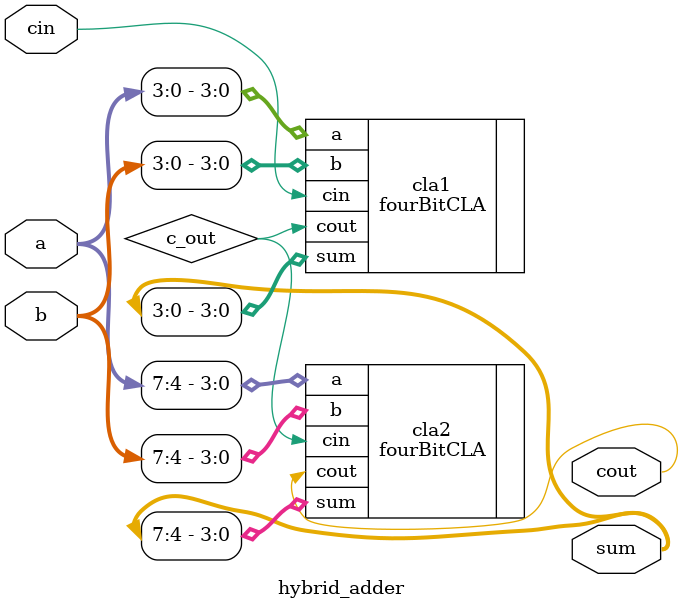
<source format=v>
`timescale 1ns / 1ps


module hybrid_adder (input [7:0] a, input [7:0] b, input cin, output [7:0] sum, output cout);
    /**
      * a = First 8 bit input
      * b = Second 8 bit input
      * cin = input carry
      * sum = sum of A and B, without the carry
      * cout = output carry 
      */

    wire c_out;

    // cascaded two four-bit Carry Look Ahead Adders
    fourBitCLA cla1 (.a(a[3:0]), .b(b[3:0]), .cin(cin), .sum(sum[3:0]), .cout(c_out));
    fourBitCLA cla2 (.a(a[7:4]), .b(b[7:4]), .cin(c_out), .sum(sum[7:4]), .cout(cout));   
endmodule

</source>
